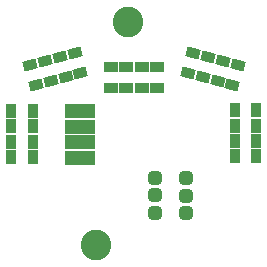
<source format=gts>
G04*
G04 #@! TF.GenerationSoftware,Altium Limited,Altium Designer,23.3.1 (30)*
G04*
G04 Layer_Color=8388736*
%FSLAX25Y25*%
%MOIN*%
G70*
G04*
G04 #@! TF.SameCoordinates,31E1B7B5-1CAE-4E1F-A508-08906AB7C5AB*
G04*
G04*
G04 #@! TF.FilePolarity,Negative*
G04*
G01*
G75*
%ADD14R,0.03347X0.04528*%
%ADD15R,0.03347X0.04528*%
G04:AMPARAMS|DCode=16|XSize=33.47mil|YSize=45.28mil|CornerRadius=0mil|HoleSize=0mil|Usage=FLASHONLY|Rotation=255.000|XOffset=0mil|YOffset=0mil|HoleType=Round|Shape=Rectangle|*
%AMROTATEDRECTD16*
4,1,4,-0.01754,0.02202,0.02620,0.01030,0.01754,-0.02202,-0.02620,-0.01030,-0.01754,0.02202,0.0*
%
%ADD16ROTATEDRECTD16*%

G04:AMPARAMS|DCode=17|XSize=33.47mil|YSize=45.28mil|CornerRadius=0mil|HoleSize=0mil|Usage=FLASHONLY|Rotation=255.000|XOffset=0mil|YOffset=0mil|HoleType=Round|Shape=Rectangle|*
%AMROTATEDRECTD17*
4,1,4,-0.01754,0.02202,0.02620,0.01030,0.01754,-0.02202,-0.02620,-0.01030,-0.01754,0.02202,0.0*
%
%ADD17ROTATEDRECTD17*%

%ADD18R,0.04528X0.03347*%
%ADD19R,0.04528X0.03347*%
G04:AMPARAMS|DCode=20|XSize=33.47mil|YSize=45.28mil|CornerRadius=0mil|HoleSize=0mil|Usage=FLASHONLY|Rotation=285.000|XOffset=0mil|YOffset=0mil|HoleType=Round|Shape=Rectangle|*
%AMROTATEDRECTD20*
4,1,4,-0.02620,0.01030,0.01754,0.02202,0.02620,-0.01030,-0.01754,-0.02202,-0.02620,0.01030,0.0*
%
%ADD20ROTATEDRECTD20*%

G04:AMPARAMS|DCode=21|XSize=33.47mil|YSize=45.28mil|CornerRadius=0mil|HoleSize=0mil|Usage=FLASHONLY|Rotation=285.000|XOffset=0mil|YOffset=0mil|HoleType=Round|Shape=Rectangle|*
%AMROTATEDRECTD21*
4,1,4,-0.02620,0.01030,0.01754,0.02202,0.02620,-0.01030,-0.01754,-0.02202,-0.02620,0.01030,0.0*
%
%ADD21ROTATEDRECTD21*%

%ADD22R,0.10433X0.04528*%
G04:AMPARAMS|DCode=23|XSize=45.28mil|YSize=45.28mil|CornerRadius=12.8mil|HoleSize=0mil|Usage=FLASHONLY|Rotation=0.000|XOffset=0mil|YOffset=0mil|HoleType=Round|Shape=RoundedRectangle|*
%AMROUNDEDRECTD23*
21,1,0.04528,0.01968,0,0,0.0*
21,1,0.01968,0.04528,0,0,0.0*
1,1,0.02559,0.00984,-0.00984*
1,1,0.02559,-0.00984,-0.00984*
1,1,0.02559,-0.00984,0.00984*
1,1,0.02559,0.00984,0.00984*
%
%ADD23ROUNDEDRECTD23*%
G04:AMPARAMS|DCode=24|XSize=45.28mil|YSize=45.28mil|CornerRadius=12.8mil|HoleSize=0mil|Usage=FLASHONLY|Rotation=90.000|XOffset=0mil|YOffset=0mil|HoleType=Round|Shape=RoundedRectangle|*
%AMROUNDEDRECTD24*
21,1,0.04528,0.01968,0,0,90.0*
21,1,0.01968,0.04528,0,0,90.0*
1,1,0.02559,0.00984,0.00984*
1,1,0.02559,0.00984,-0.00984*
1,1,0.02559,-0.00984,-0.00984*
1,1,0.02559,-0.00984,0.00984*
%
%ADD24ROUNDEDRECTD24*%
%ADD25C,0.10191*%
D14*
X398200Y315162D02*
D03*
Y320282D02*
D03*
X330900Y330319D02*
D03*
Y325200D02*
D03*
D15*
X405306Y315164D02*
D03*
Y320282D02*
D03*
X398200Y325400D02*
D03*
X405306D02*
D03*
Y330518D02*
D03*
X398200D02*
D03*
X323794Y330318D02*
D03*
Y325200D02*
D03*
X330900Y320082D02*
D03*
X323794D02*
D03*
Y314964D02*
D03*
X330900D02*
D03*
D16*
X397445Y338875D02*
D03*
X392500Y340200D02*
D03*
D17*
X399283Y345740D02*
D03*
X394339Y347064D02*
D03*
X387556Y341525D02*
D03*
X389395Y348389D02*
D03*
X384452Y349713D02*
D03*
X382613Y342849D02*
D03*
D18*
X372319Y337800D02*
D03*
X367200D02*
D03*
D19*
X372318Y344906D02*
D03*
X367200D02*
D03*
X362082Y337800D02*
D03*
Y344906D02*
D03*
X356964D02*
D03*
Y337800D02*
D03*
D20*
X346828Y342885D02*
D03*
X341883Y341561D02*
D03*
D21*
X344987Y349749D02*
D03*
X340044Y348425D02*
D03*
X336939Y340236D02*
D03*
X335100Y347100D02*
D03*
X330156Y345775D02*
D03*
X331996Y338911D02*
D03*
D22*
X346800Y314782D02*
D03*
Y319900D02*
D03*
Y325018D02*
D03*
Y330136D02*
D03*
D23*
X381900Y302100D02*
D03*
X371619Y302212D02*
D03*
X371619Y296359D02*
D03*
D24*
X382100Y296400D02*
D03*
X371600Y308000D02*
D03*
X381900D02*
D03*
D25*
X362700Y360100D02*
D03*
X351900Y285500D02*
D03*
M02*

</source>
